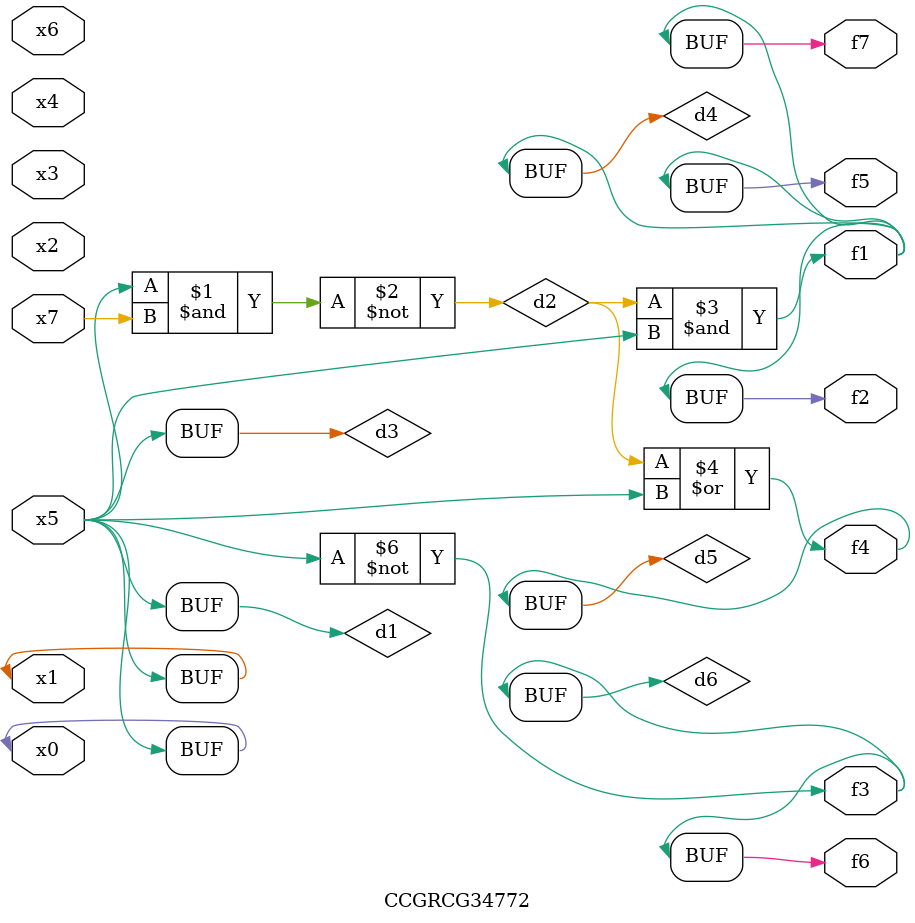
<source format=v>
module CCGRCG34772(
	input x0, x1, x2, x3, x4, x5, x6, x7,
	output f1, f2, f3, f4, f5, f6, f7
);

	wire d1, d2, d3, d4, d5, d6;

	buf (d1, x0, x5);
	nand (d2, x5, x7);
	buf (d3, x0, x1);
	and (d4, d2, d3);
	or (d5, d2, d3);
	nor (d6, d1, d3);
	assign f1 = d4;
	assign f2 = d4;
	assign f3 = d6;
	assign f4 = d5;
	assign f5 = d4;
	assign f6 = d6;
	assign f7 = d4;
endmodule

</source>
